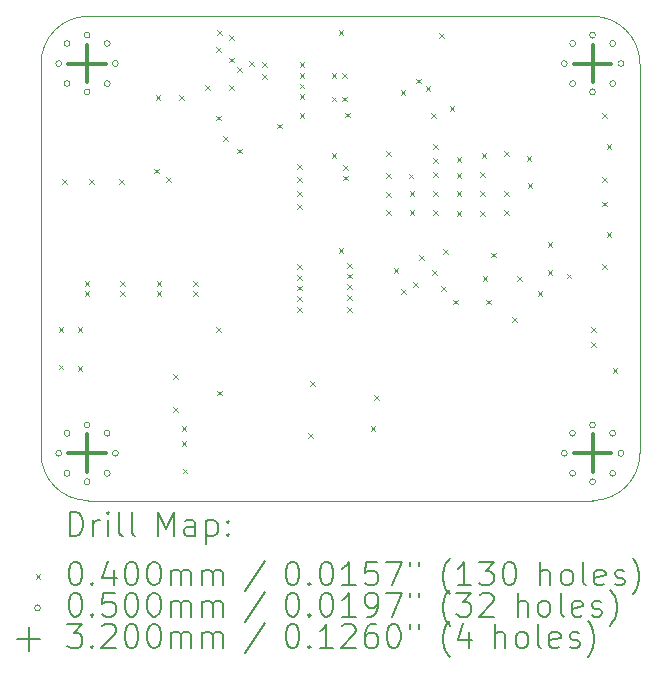
<source format=gbr>
%TF.GenerationSoftware,KiCad,Pcbnew,(7.0.0)*%
%TF.CreationDate,2023-05-09T15:07:43+03:00*%
%TF.ProjectId,IoT_sulari,496f545f-7375-46c6-9172-692e6b696361,rev?*%
%TF.SameCoordinates,Original*%
%TF.FileFunction,Drillmap*%
%TF.FilePolarity,Positive*%
%FSLAX45Y45*%
G04 Gerber Fmt 4.5, Leading zero omitted, Abs format (unit mm)*
G04 Created by KiCad (PCBNEW (7.0.0)) date 2023-05-09 15:07:43*
%MOMM*%
%LPD*%
G01*
G04 APERTURE LIST*
%ADD10C,0.100000*%
%ADD11C,0.200000*%
%ADD12C,0.040000*%
%ADD13C,0.050000*%
%ADD14C,0.320000*%
G04 APERTURE END LIST*
D10*
X14300000Y-7200000D02*
X14300000Y-3900000D01*
X9230000Y-7200000D02*
G75*
G03*
X9630000Y-7600000I400000J0D01*
G01*
X9230000Y-3900000D02*
X9230000Y-7200000D01*
X13900000Y-7600000D02*
G75*
G03*
X14300000Y-7200000I0J400000D01*
G01*
X14300000Y-3900000D02*
G75*
G03*
X13900000Y-3500000I-400000J0D01*
G01*
X13900000Y-3500000D02*
X9630000Y-3500000D01*
X9630000Y-7600000D02*
X13900000Y-7600000D01*
X9630000Y-3500000D02*
G75*
G03*
X9230000Y-3900000I0J-400000D01*
G01*
D11*
D12*
X9380000Y-6130000D02*
X9420000Y-6170000D01*
X9420000Y-6130000D02*
X9380000Y-6170000D01*
X9380000Y-6450000D02*
X9420000Y-6490000D01*
X9420000Y-6450000D02*
X9380000Y-6490000D01*
X9410000Y-4880000D02*
X9450000Y-4920000D01*
X9450000Y-4880000D02*
X9410000Y-4920000D01*
X9540000Y-6130000D02*
X9580000Y-6170000D01*
X9580000Y-6130000D02*
X9540000Y-6170000D01*
X9540000Y-6460000D02*
X9580000Y-6500000D01*
X9580000Y-6460000D02*
X9540000Y-6500000D01*
X9600000Y-5740000D02*
X9640000Y-5780000D01*
X9640000Y-5740000D02*
X9600000Y-5780000D01*
X9600000Y-5830000D02*
X9640000Y-5870000D01*
X9640000Y-5830000D02*
X9600000Y-5870000D01*
X9640000Y-4879500D02*
X9680000Y-4919500D01*
X9680000Y-4879500D02*
X9640000Y-4919500D01*
X9890000Y-4880000D02*
X9930000Y-4920000D01*
X9930000Y-4880000D02*
X9890000Y-4920000D01*
X9900000Y-5740000D02*
X9940000Y-5780000D01*
X9940000Y-5740000D02*
X9900000Y-5780000D01*
X9900000Y-5830000D02*
X9940000Y-5870000D01*
X9940000Y-5830000D02*
X9900000Y-5870000D01*
X10190000Y-4790000D02*
X10230000Y-4830000D01*
X10230000Y-4790000D02*
X10190000Y-4830000D01*
X10200000Y-4170000D02*
X10240000Y-4210000D01*
X10240000Y-4170000D02*
X10200000Y-4210000D01*
X10210000Y-5740000D02*
X10250000Y-5780000D01*
X10250000Y-5740000D02*
X10210000Y-5780000D01*
X10210000Y-5830000D02*
X10250000Y-5870000D01*
X10250000Y-5830000D02*
X10210000Y-5870000D01*
X10290000Y-4860000D02*
X10330000Y-4900000D01*
X10330000Y-4860000D02*
X10290000Y-4900000D01*
X10350000Y-6530000D02*
X10390000Y-6570000D01*
X10390000Y-6530000D02*
X10350000Y-6570000D01*
X10350000Y-6810000D02*
X10390000Y-6850000D01*
X10390000Y-6810000D02*
X10350000Y-6850000D01*
X10397550Y-4170000D02*
X10437550Y-4210000D01*
X10437550Y-4170000D02*
X10397550Y-4210000D01*
X10420000Y-6970000D02*
X10460000Y-7010000D01*
X10460000Y-6970000D02*
X10420000Y-7010000D01*
X10420000Y-7100000D02*
X10460000Y-7140000D01*
X10460000Y-7100000D02*
X10420000Y-7140000D01*
X10430000Y-7330000D02*
X10470000Y-7370000D01*
X10470000Y-7330000D02*
X10430000Y-7370000D01*
X10520000Y-5740000D02*
X10560000Y-5780000D01*
X10560000Y-5740000D02*
X10520000Y-5780000D01*
X10520000Y-5830000D02*
X10560000Y-5870000D01*
X10560000Y-5830000D02*
X10520000Y-5870000D01*
X10620000Y-4080000D02*
X10660000Y-4120000D01*
X10660000Y-4080000D02*
X10620000Y-4120000D01*
X10710000Y-3760000D02*
X10750000Y-3800000D01*
X10750000Y-3760000D02*
X10710000Y-3800000D01*
X10710000Y-4342119D02*
X10750000Y-4382119D01*
X10750000Y-4342119D02*
X10710000Y-4382119D01*
X10710000Y-6130000D02*
X10750000Y-6170000D01*
X10750000Y-6130000D02*
X10710000Y-6170000D01*
X10720000Y-3620000D02*
X10760000Y-3660000D01*
X10760000Y-3620000D02*
X10720000Y-3660000D01*
X10720000Y-6670000D02*
X10760000Y-6710000D01*
X10760000Y-6670000D02*
X10720000Y-6710000D01*
X10772763Y-4517237D02*
X10812763Y-4557237D01*
X10812763Y-4517237D02*
X10772763Y-4557237D01*
X10820000Y-3660000D02*
X10860000Y-3700000D01*
X10860000Y-3660000D02*
X10820000Y-3700000D01*
X10820000Y-3850000D02*
X10860000Y-3890000D01*
X10860000Y-3850000D02*
X10820000Y-3890000D01*
X10820000Y-4080000D02*
X10860000Y-4120000D01*
X10860000Y-4080000D02*
X10820000Y-4120000D01*
X10890000Y-4620000D02*
X10930000Y-4660000D01*
X10930000Y-4620000D02*
X10890000Y-4660000D01*
X10892782Y-3932782D02*
X10932782Y-3972782D01*
X10932782Y-3932782D02*
X10892782Y-3972782D01*
X10991245Y-3880000D02*
X11031245Y-3920000D01*
X11031245Y-3880000D02*
X10991245Y-3920000D01*
X11100000Y-3890000D02*
X11140000Y-3930000D01*
X11140000Y-3890000D02*
X11100000Y-3930000D01*
X11100000Y-3990000D02*
X11140000Y-4030000D01*
X11140000Y-3990000D02*
X11100000Y-4030000D01*
X11230000Y-4410000D02*
X11270000Y-4450000D01*
X11270000Y-4410000D02*
X11230000Y-4450000D01*
X11400000Y-4750000D02*
X11440000Y-4790000D01*
X11440000Y-4750000D02*
X11400000Y-4790000D01*
X11400000Y-4860000D02*
X11440000Y-4900000D01*
X11440000Y-4860000D02*
X11400000Y-4900000D01*
X11400000Y-4980000D02*
X11440000Y-5020000D01*
X11440000Y-4980000D02*
X11400000Y-5020000D01*
X11400000Y-5090000D02*
X11440000Y-5130000D01*
X11440000Y-5090000D02*
X11400000Y-5130000D01*
X11400000Y-5600000D02*
X11440000Y-5640000D01*
X11440000Y-5600000D02*
X11400000Y-5640000D01*
X11400000Y-5690000D02*
X11440000Y-5730000D01*
X11440000Y-5690000D02*
X11400000Y-5730000D01*
X11400000Y-5780000D02*
X11440000Y-5820000D01*
X11440000Y-5780000D02*
X11400000Y-5820000D01*
X11400000Y-5870000D02*
X11440000Y-5910000D01*
X11440000Y-5870000D02*
X11400000Y-5910000D01*
X11400000Y-5960000D02*
X11440000Y-6000000D01*
X11440000Y-5960000D02*
X11400000Y-6000000D01*
X11420000Y-3890000D02*
X11460000Y-3930000D01*
X11460000Y-3890000D02*
X11420000Y-3930000D01*
X11420000Y-3980000D02*
X11460000Y-4020000D01*
X11460000Y-3980000D02*
X11420000Y-4020000D01*
X11420000Y-4070000D02*
X11460000Y-4110000D01*
X11460000Y-4070000D02*
X11420000Y-4110000D01*
X11420000Y-4160000D02*
X11460000Y-4200000D01*
X11460000Y-4160000D02*
X11420000Y-4200000D01*
X11420000Y-4320000D02*
X11460000Y-4360000D01*
X11460000Y-4320000D02*
X11420000Y-4360000D01*
X11490000Y-7030000D02*
X11530000Y-7070000D01*
X11530000Y-7030000D02*
X11490000Y-7070000D01*
X11510000Y-6590000D02*
X11550000Y-6630000D01*
X11550000Y-6590000D02*
X11510000Y-6630000D01*
X11690000Y-3980000D02*
X11730000Y-4020000D01*
X11730000Y-3980000D02*
X11690000Y-4020000D01*
X11690000Y-4180000D02*
X11730000Y-4220000D01*
X11730000Y-4180000D02*
X11690000Y-4220000D01*
X11690000Y-4660000D02*
X11730000Y-4700000D01*
X11730000Y-4660000D02*
X11690000Y-4700000D01*
X11750000Y-3620000D02*
X11790000Y-3660000D01*
X11790000Y-3620000D02*
X11750000Y-3660000D01*
X11750000Y-5460000D02*
X11790000Y-5500000D01*
X11790000Y-5460000D02*
X11750000Y-5500000D01*
X11780000Y-3980000D02*
X11820000Y-4020000D01*
X11820000Y-3980000D02*
X11780000Y-4020000D01*
X11780000Y-4180000D02*
X11820000Y-4220000D01*
X11820000Y-4180000D02*
X11780000Y-4220000D01*
X11790000Y-4760000D02*
X11830000Y-4800000D01*
X11830000Y-4760000D02*
X11790000Y-4800000D01*
X11790000Y-4850000D02*
X11830000Y-4890000D01*
X11830000Y-4850000D02*
X11790000Y-4890000D01*
X11807000Y-4316000D02*
X11847000Y-4356000D01*
X11847000Y-4316000D02*
X11807000Y-4356000D01*
X11820000Y-5590000D02*
X11860000Y-5630000D01*
X11860000Y-5590000D02*
X11820000Y-5630000D01*
X11820000Y-5680000D02*
X11860000Y-5720000D01*
X11860000Y-5680000D02*
X11820000Y-5720000D01*
X11820000Y-5770000D02*
X11860000Y-5810000D01*
X11860000Y-5770000D02*
X11820000Y-5810000D01*
X11820000Y-5860000D02*
X11860000Y-5900000D01*
X11860000Y-5860000D02*
X11820000Y-5900000D01*
X11820000Y-5960000D02*
X11860000Y-6000000D01*
X11860000Y-5960000D02*
X11820000Y-6000000D01*
X12020000Y-6970000D02*
X12060000Y-7010000D01*
X12060000Y-6970000D02*
X12020000Y-7010000D01*
X12050000Y-6710000D02*
X12090000Y-6750000D01*
X12090000Y-6710000D02*
X12050000Y-6750000D01*
X12150000Y-4640000D02*
X12190000Y-4680000D01*
X12190000Y-4640000D02*
X12150000Y-4680000D01*
X12150000Y-4830000D02*
X12190000Y-4870000D01*
X12190000Y-4830000D02*
X12150000Y-4870000D01*
X12150000Y-4990000D02*
X12190000Y-5030000D01*
X12190000Y-4990000D02*
X12150000Y-5030000D01*
X12150000Y-5140000D02*
X12190000Y-5180000D01*
X12190000Y-5140000D02*
X12150000Y-5180000D01*
X12215000Y-5631000D02*
X12255000Y-5671000D01*
X12255000Y-5631000D02*
X12215000Y-5671000D01*
X12275236Y-4126687D02*
X12315236Y-4166687D01*
X12315236Y-4126687D02*
X12275236Y-4166687D01*
X12280000Y-5810000D02*
X12320000Y-5850000D01*
X12320000Y-5810000D02*
X12280000Y-5850000D01*
X12342562Y-4832705D02*
X12382562Y-4872705D01*
X12382562Y-4832705D02*
X12342562Y-4872705D01*
X12350000Y-4980000D02*
X12390000Y-5020000D01*
X12390000Y-4980000D02*
X12350000Y-5020000D01*
X12350000Y-5140000D02*
X12390000Y-5180000D01*
X12390000Y-5140000D02*
X12350000Y-5180000D01*
X12380000Y-5750000D02*
X12420000Y-5790000D01*
X12420000Y-5750000D02*
X12380000Y-5790000D01*
X12407179Y-4027755D02*
X12447179Y-4067755D01*
X12447179Y-4027755D02*
X12407179Y-4067755D01*
X12430000Y-5520000D02*
X12470000Y-5560000D01*
X12470000Y-5520000D02*
X12430000Y-5560000D01*
X12485381Y-4090000D02*
X12525381Y-4130000D01*
X12525381Y-4090000D02*
X12485381Y-4130000D01*
X12530000Y-4320000D02*
X12570000Y-4360000D01*
X12570000Y-4320000D02*
X12530000Y-4360000D01*
X12540000Y-5650000D02*
X12580000Y-5690000D01*
X12580000Y-5650000D02*
X12540000Y-5690000D01*
X12550000Y-4580000D02*
X12590000Y-4620000D01*
X12590000Y-4580000D02*
X12550000Y-4620000D01*
X12550000Y-4700000D02*
X12590000Y-4740000D01*
X12590000Y-4700000D02*
X12550000Y-4740000D01*
X12550000Y-4820000D02*
X12590000Y-4860000D01*
X12590000Y-4820000D02*
X12550000Y-4860000D01*
X12550000Y-4980000D02*
X12590000Y-5020000D01*
X12590000Y-4980000D02*
X12550000Y-5020000D01*
X12550000Y-5140000D02*
X12590000Y-5180000D01*
X12590000Y-5140000D02*
X12550000Y-5180000D01*
X12600000Y-3640000D02*
X12640000Y-3680000D01*
X12640000Y-3640000D02*
X12600000Y-3680000D01*
X12620000Y-5785000D02*
X12660000Y-5825000D01*
X12660000Y-5785000D02*
X12620000Y-5825000D01*
X12635683Y-5468800D02*
X12675683Y-5508800D01*
X12675683Y-5468800D02*
X12635683Y-5508800D01*
X12690000Y-4260000D02*
X12730000Y-4300000D01*
X12730000Y-4260000D02*
X12690000Y-4300000D01*
X12720000Y-5900000D02*
X12760000Y-5940000D01*
X12760000Y-5900000D02*
X12720000Y-5940000D01*
X12750000Y-4690000D02*
X12790000Y-4730000D01*
X12790000Y-4690000D02*
X12750000Y-4730000D01*
X12750000Y-4830000D02*
X12790000Y-4870000D01*
X12790000Y-4830000D02*
X12750000Y-4870000D01*
X12750000Y-4980000D02*
X12790000Y-5020000D01*
X12790000Y-4980000D02*
X12750000Y-5020000D01*
X12750000Y-5150000D02*
X12790000Y-5190000D01*
X12790000Y-5150000D02*
X12750000Y-5190000D01*
X12950000Y-4820000D02*
X12990000Y-4860000D01*
X12990000Y-4820000D02*
X12950000Y-4860000D01*
X12950000Y-4980000D02*
X12990000Y-5020000D01*
X12990000Y-4980000D02*
X12950000Y-5020000D01*
X12950000Y-5150000D02*
X12990000Y-5190000D01*
X12990000Y-5150000D02*
X12950000Y-5190000D01*
X12960000Y-4660000D02*
X13000000Y-4700000D01*
X13000000Y-4660000D02*
X12960000Y-4700000D01*
X12970000Y-5700000D02*
X13010000Y-5740000D01*
X13010000Y-5700000D02*
X12970000Y-5740000D01*
X13000000Y-5900000D02*
X13040000Y-5940000D01*
X13040000Y-5900000D02*
X13000000Y-5940000D01*
X13040000Y-5500000D02*
X13080000Y-5540000D01*
X13080000Y-5500000D02*
X13040000Y-5540000D01*
X13150000Y-4640000D02*
X13190000Y-4680000D01*
X13190000Y-4640000D02*
X13150000Y-4680000D01*
X13150000Y-4980000D02*
X13190000Y-5020000D01*
X13190000Y-4980000D02*
X13150000Y-5020000D01*
X13150000Y-5140000D02*
X13190000Y-5180000D01*
X13190000Y-5140000D02*
X13150000Y-5180000D01*
X13220000Y-6050000D02*
X13260000Y-6090000D01*
X13260000Y-6050000D02*
X13220000Y-6090000D01*
X13260000Y-5700000D02*
X13300000Y-5740000D01*
X13300000Y-5700000D02*
X13260000Y-5740000D01*
X13342011Y-4685841D02*
X13382011Y-4725841D01*
X13382011Y-4685841D02*
X13342011Y-4725841D01*
X13350000Y-4910000D02*
X13390000Y-4950000D01*
X13390000Y-4910000D02*
X13350000Y-4950000D01*
X13435000Y-5830000D02*
X13475000Y-5870000D01*
X13475000Y-5830000D02*
X13435000Y-5870000D01*
X13520000Y-5410000D02*
X13560000Y-5450000D01*
X13560000Y-5410000D02*
X13520000Y-5450000D01*
X13520000Y-5650000D02*
X13560000Y-5690000D01*
X13560000Y-5650000D02*
X13520000Y-5690000D01*
X13680000Y-5680000D02*
X13720000Y-5720000D01*
X13720000Y-5680000D02*
X13680000Y-5720000D01*
X13890000Y-6130000D02*
X13930000Y-6170000D01*
X13930000Y-6130000D02*
X13890000Y-6170000D01*
X13890000Y-6260000D02*
X13930000Y-6300000D01*
X13930000Y-6260000D02*
X13890000Y-6300000D01*
X13980000Y-4320000D02*
X14020000Y-4360000D01*
X14020000Y-4320000D02*
X13980000Y-4360000D01*
X13980000Y-4860000D02*
X14020000Y-4900000D01*
X14020000Y-4860000D02*
X13980000Y-4900000D01*
X13980000Y-5070000D02*
X14020000Y-5110000D01*
X14020000Y-5070000D02*
X13980000Y-5110000D01*
X13980000Y-5600000D02*
X14020000Y-5640000D01*
X14020000Y-5600000D02*
X13980000Y-5640000D01*
X14020000Y-4580000D02*
X14060000Y-4620000D01*
X14060000Y-4580000D02*
X14020000Y-4620000D01*
X14020000Y-5330000D02*
X14060000Y-5370000D01*
X14060000Y-5330000D02*
X14020000Y-5370000D01*
X14070000Y-6480000D02*
X14110000Y-6520000D01*
X14110000Y-6480000D02*
X14070000Y-6520000D01*
D13*
X9405000Y-3900000D02*
G75*
G03*
X9405000Y-3900000I-25000J0D01*
G01*
X9405000Y-7200000D02*
G75*
G03*
X9405000Y-7200000I-25000J0D01*
G01*
X9475294Y-3730294D02*
G75*
G03*
X9475294Y-3730294I-25000J0D01*
G01*
X9475294Y-4069706D02*
G75*
G03*
X9475294Y-4069706I-25000J0D01*
G01*
X9475294Y-7030294D02*
G75*
G03*
X9475294Y-7030294I-25000J0D01*
G01*
X9475294Y-7369706D02*
G75*
G03*
X9475294Y-7369706I-25000J0D01*
G01*
X9645000Y-3660000D02*
G75*
G03*
X9645000Y-3660000I-25000J0D01*
G01*
X9645000Y-4140000D02*
G75*
G03*
X9645000Y-4140000I-25000J0D01*
G01*
X9645000Y-6960000D02*
G75*
G03*
X9645000Y-6960000I-25000J0D01*
G01*
X9645000Y-7440000D02*
G75*
G03*
X9645000Y-7440000I-25000J0D01*
G01*
X9814706Y-3730294D02*
G75*
G03*
X9814706Y-3730294I-25000J0D01*
G01*
X9814706Y-4069706D02*
G75*
G03*
X9814706Y-4069706I-25000J0D01*
G01*
X9814706Y-7030294D02*
G75*
G03*
X9814706Y-7030294I-25000J0D01*
G01*
X9814706Y-7369706D02*
G75*
G03*
X9814706Y-7369706I-25000J0D01*
G01*
X9885000Y-3900000D02*
G75*
G03*
X9885000Y-3900000I-25000J0D01*
G01*
X9885000Y-7200000D02*
G75*
G03*
X9885000Y-7200000I-25000J0D01*
G01*
X13685000Y-3900000D02*
G75*
G03*
X13685000Y-3900000I-25000J0D01*
G01*
X13685000Y-7200000D02*
G75*
G03*
X13685000Y-7200000I-25000J0D01*
G01*
X13755294Y-3730294D02*
G75*
G03*
X13755294Y-3730294I-25000J0D01*
G01*
X13755294Y-4069706D02*
G75*
G03*
X13755294Y-4069706I-25000J0D01*
G01*
X13755294Y-7030294D02*
G75*
G03*
X13755294Y-7030294I-25000J0D01*
G01*
X13755294Y-7369706D02*
G75*
G03*
X13755294Y-7369706I-25000J0D01*
G01*
X13925000Y-3660000D02*
G75*
G03*
X13925000Y-3660000I-25000J0D01*
G01*
X13925000Y-4140000D02*
G75*
G03*
X13925000Y-4140000I-25000J0D01*
G01*
X13925000Y-6960000D02*
G75*
G03*
X13925000Y-6960000I-25000J0D01*
G01*
X13925000Y-7440000D02*
G75*
G03*
X13925000Y-7440000I-25000J0D01*
G01*
X14094706Y-3730294D02*
G75*
G03*
X14094706Y-3730294I-25000J0D01*
G01*
X14094706Y-4069706D02*
G75*
G03*
X14094706Y-4069706I-25000J0D01*
G01*
X14094706Y-7030294D02*
G75*
G03*
X14094706Y-7030294I-25000J0D01*
G01*
X14094706Y-7369706D02*
G75*
G03*
X14094706Y-7369706I-25000J0D01*
G01*
X14165000Y-3900000D02*
G75*
G03*
X14165000Y-3900000I-25000J0D01*
G01*
X14165000Y-7200000D02*
G75*
G03*
X14165000Y-7200000I-25000J0D01*
G01*
D14*
X9620000Y-3740000D02*
X9620000Y-4060000D01*
X9460000Y-3900000D02*
X9780000Y-3900000D01*
X9620000Y-7040000D02*
X9620000Y-7360000D01*
X9460000Y-7200000D02*
X9780000Y-7200000D01*
X13900000Y-3740000D02*
X13900000Y-4060000D01*
X13740000Y-3900000D02*
X14060000Y-3900000D01*
X13900000Y-7040000D02*
X13900000Y-7360000D01*
X13740000Y-7200000D02*
X14060000Y-7200000D01*
D11*
X9472619Y-7898476D02*
X9472619Y-7698476D01*
X9472619Y-7698476D02*
X9520238Y-7698476D01*
X9520238Y-7698476D02*
X9548810Y-7708000D01*
X9548810Y-7708000D02*
X9567857Y-7727048D01*
X9567857Y-7727048D02*
X9577381Y-7746095D01*
X9577381Y-7746095D02*
X9586905Y-7784190D01*
X9586905Y-7784190D02*
X9586905Y-7812762D01*
X9586905Y-7812762D02*
X9577381Y-7850857D01*
X9577381Y-7850857D02*
X9567857Y-7869905D01*
X9567857Y-7869905D02*
X9548810Y-7888952D01*
X9548810Y-7888952D02*
X9520238Y-7898476D01*
X9520238Y-7898476D02*
X9472619Y-7898476D01*
X9672619Y-7898476D02*
X9672619Y-7765143D01*
X9672619Y-7803238D02*
X9682143Y-7784190D01*
X9682143Y-7784190D02*
X9691667Y-7774667D01*
X9691667Y-7774667D02*
X9710714Y-7765143D01*
X9710714Y-7765143D02*
X9729762Y-7765143D01*
X9796429Y-7898476D02*
X9796429Y-7765143D01*
X9796429Y-7698476D02*
X9786905Y-7708000D01*
X9786905Y-7708000D02*
X9796429Y-7717524D01*
X9796429Y-7717524D02*
X9805952Y-7708000D01*
X9805952Y-7708000D02*
X9796429Y-7698476D01*
X9796429Y-7698476D02*
X9796429Y-7717524D01*
X9920238Y-7898476D02*
X9901190Y-7888952D01*
X9901190Y-7888952D02*
X9891667Y-7869905D01*
X9891667Y-7869905D02*
X9891667Y-7698476D01*
X10025000Y-7898476D02*
X10005952Y-7888952D01*
X10005952Y-7888952D02*
X9996429Y-7869905D01*
X9996429Y-7869905D02*
X9996429Y-7698476D01*
X10221190Y-7898476D02*
X10221190Y-7698476D01*
X10221190Y-7698476D02*
X10287857Y-7841333D01*
X10287857Y-7841333D02*
X10354524Y-7698476D01*
X10354524Y-7698476D02*
X10354524Y-7898476D01*
X10535476Y-7898476D02*
X10535476Y-7793714D01*
X10535476Y-7793714D02*
X10525952Y-7774667D01*
X10525952Y-7774667D02*
X10506905Y-7765143D01*
X10506905Y-7765143D02*
X10468809Y-7765143D01*
X10468809Y-7765143D02*
X10449762Y-7774667D01*
X10535476Y-7888952D02*
X10516429Y-7898476D01*
X10516429Y-7898476D02*
X10468809Y-7898476D01*
X10468809Y-7898476D02*
X10449762Y-7888952D01*
X10449762Y-7888952D02*
X10440238Y-7869905D01*
X10440238Y-7869905D02*
X10440238Y-7850857D01*
X10440238Y-7850857D02*
X10449762Y-7831809D01*
X10449762Y-7831809D02*
X10468809Y-7822286D01*
X10468809Y-7822286D02*
X10516429Y-7822286D01*
X10516429Y-7822286D02*
X10535476Y-7812762D01*
X10630714Y-7765143D02*
X10630714Y-7965143D01*
X10630714Y-7774667D02*
X10649762Y-7765143D01*
X10649762Y-7765143D02*
X10687857Y-7765143D01*
X10687857Y-7765143D02*
X10706905Y-7774667D01*
X10706905Y-7774667D02*
X10716429Y-7784190D01*
X10716429Y-7784190D02*
X10725952Y-7803238D01*
X10725952Y-7803238D02*
X10725952Y-7860381D01*
X10725952Y-7860381D02*
X10716429Y-7879428D01*
X10716429Y-7879428D02*
X10706905Y-7888952D01*
X10706905Y-7888952D02*
X10687857Y-7898476D01*
X10687857Y-7898476D02*
X10649762Y-7898476D01*
X10649762Y-7898476D02*
X10630714Y-7888952D01*
X10811667Y-7879428D02*
X10821190Y-7888952D01*
X10821190Y-7888952D02*
X10811667Y-7898476D01*
X10811667Y-7898476D02*
X10802143Y-7888952D01*
X10802143Y-7888952D02*
X10811667Y-7879428D01*
X10811667Y-7879428D02*
X10811667Y-7898476D01*
X10811667Y-7774667D02*
X10821190Y-7784190D01*
X10821190Y-7784190D02*
X10811667Y-7793714D01*
X10811667Y-7793714D02*
X10802143Y-7784190D01*
X10802143Y-7784190D02*
X10811667Y-7774667D01*
X10811667Y-7774667D02*
X10811667Y-7793714D01*
D12*
X9185000Y-8225000D02*
X9225000Y-8265000D01*
X9225000Y-8225000D02*
X9185000Y-8265000D01*
D11*
X9510714Y-8118476D02*
X9529762Y-8118476D01*
X9529762Y-8118476D02*
X9548810Y-8128000D01*
X9548810Y-8128000D02*
X9558333Y-8137524D01*
X9558333Y-8137524D02*
X9567857Y-8156571D01*
X9567857Y-8156571D02*
X9577381Y-8194667D01*
X9577381Y-8194667D02*
X9577381Y-8242286D01*
X9577381Y-8242286D02*
X9567857Y-8280381D01*
X9567857Y-8280381D02*
X9558333Y-8299428D01*
X9558333Y-8299428D02*
X9548810Y-8308952D01*
X9548810Y-8308952D02*
X9529762Y-8318476D01*
X9529762Y-8318476D02*
X9510714Y-8318476D01*
X9510714Y-8318476D02*
X9491667Y-8308952D01*
X9491667Y-8308952D02*
X9482143Y-8299428D01*
X9482143Y-8299428D02*
X9472619Y-8280381D01*
X9472619Y-8280381D02*
X9463095Y-8242286D01*
X9463095Y-8242286D02*
X9463095Y-8194667D01*
X9463095Y-8194667D02*
X9472619Y-8156571D01*
X9472619Y-8156571D02*
X9482143Y-8137524D01*
X9482143Y-8137524D02*
X9491667Y-8128000D01*
X9491667Y-8128000D02*
X9510714Y-8118476D01*
X9663095Y-8299428D02*
X9672619Y-8308952D01*
X9672619Y-8308952D02*
X9663095Y-8318476D01*
X9663095Y-8318476D02*
X9653571Y-8308952D01*
X9653571Y-8308952D02*
X9663095Y-8299428D01*
X9663095Y-8299428D02*
X9663095Y-8318476D01*
X9844048Y-8185143D02*
X9844048Y-8318476D01*
X9796429Y-8108952D02*
X9748810Y-8251809D01*
X9748810Y-8251809D02*
X9872619Y-8251809D01*
X9986905Y-8118476D02*
X10005952Y-8118476D01*
X10005952Y-8118476D02*
X10025000Y-8128000D01*
X10025000Y-8128000D02*
X10034524Y-8137524D01*
X10034524Y-8137524D02*
X10044048Y-8156571D01*
X10044048Y-8156571D02*
X10053571Y-8194667D01*
X10053571Y-8194667D02*
X10053571Y-8242286D01*
X10053571Y-8242286D02*
X10044048Y-8280381D01*
X10044048Y-8280381D02*
X10034524Y-8299428D01*
X10034524Y-8299428D02*
X10025000Y-8308952D01*
X10025000Y-8308952D02*
X10005952Y-8318476D01*
X10005952Y-8318476D02*
X9986905Y-8318476D01*
X9986905Y-8318476D02*
X9967857Y-8308952D01*
X9967857Y-8308952D02*
X9958333Y-8299428D01*
X9958333Y-8299428D02*
X9948810Y-8280381D01*
X9948810Y-8280381D02*
X9939286Y-8242286D01*
X9939286Y-8242286D02*
X9939286Y-8194667D01*
X9939286Y-8194667D02*
X9948810Y-8156571D01*
X9948810Y-8156571D02*
X9958333Y-8137524D01*
X9958333Y-8137524D02*
X9967857Y-8128000D01*
X9967857Y-8128000D02*
X9986905Y-8118476D01*
X10177381Y-8118476D02*
X10196429Y-8118476D01*
X10196429Y-8118476D02*
X10215476Y-8128000D01*
X10215476Y-8128000D02*
X10225000Y-8137524D01*
X10225000Y-8137524D02*
X10234524Y-8156571D01*
X10234524Y-8156571D02*
X10244048Y-8194667D01*
X10244048Y-8194667D02*
X10244048Y-8242286D01*
X10244048Y-8242286D02*
X10234524Y-8280381D01*
X10234524Y-8280381D02*
X10225000Y-8299428D01*
X10225000Y-8299428D02*
X10215476Y-8308952D01*
X10215476Y-8308952D02*
X10196429Y-8318476D01*
X10196429Y-8318476D02*
X10177381Y-8318476D01*
X10177381Y-8318476D02*
X10158333Y-8308952D01*
X10158333Y-8308952D02*
X10148810Y-8299428D01*
X10148810Y-8299428D02*
X10139286Y-8280381D01*
X10139286Y-8280381D02*
X10129762Y-8242286D01*
X10129762Y-8242286D02*
X10129762Y-8194667D01*
X10129762Y-8194667D02*
X10139286Y-8156571D01*
X10139286Y-8156571D02*
X10148810Y-8137524D01*
X10148810Y-8137524D02*
X10158333Y-8128000D01*
X10158333Y-8128000D02*
X10177381Y-8118476D01*
X10329762Y-8318476D02*
X10329762Y-8185143D01*
X10329762Y-8204190D02*
X10339286Y-8194667D01*
X10339286Y-8194667D02*
X10358333Y-8185143D01*
X10358333Y-8185143D02*
X10386905Y-8185143D01*
X10386905Y-8185143D02*
X10405952Y-8194667D01*
X10405952Y-8194667D02*
X10415476Y-8213714D01*
X10415476Y-8213714D02*
X10415476Y-8318476D01*
X10415476Y-8213714D02*
X10425000Y-8194667D01*
X10425000Y-8194667D02*
X10444048Y-8185143D01*
X10444048Y-8185143D02*
X10472619Y-8185143D01*
X10472619Y-8185143D02*
X10491667Y-8194667D01*
X10491667Y-8194667D02*
X10501191Y-8213714D01*
X10501191Y-8213714D02*
X10501191Y-8318476D01*
X10596429Y-8318476D02*
X10596429Y-8185143D01*
X10596429Y-8204190D02*
X10605952Y-8194667D01*
X10605952Y-8194667D02*
X10625000Y-8185143D01*
X10625000Y-8185143D02*
X10653572Y-8185143D01*
X10653572Y-8185143D02*
X10672619Y-8194667D01*
X10672619Y-8194667D02*
X10682143Y-8213714D01*
X10682143Y-8213714D02*
X10682143Y-8318476D01*
X10682143Y-8213714D02*
X10691667Y-8194667D01*
X10691667Y-8194667D02*
X10710714Y-8185143D01*
X10710714Y-8185143D02*
X10739286Y-8185143D01*
X10739286Y-8185143D02*
X10758333Y-8194667D01*
X10758333Y-8194667D02*
X10767857Y-8213714D01*
X10767857Y-8213714D02*
X10767857Y-8318476D01*
X11125952Y-8108952D02*
X10954524Y-8366095D01*
X11350714Y-8118476D02*
X11369762Y-8118476D01*
X11369762Y-8118476D02*
X11388810Y-8128000D01*
X11388810Y-8128000D02*
X11398333Y-8137524D01*
X11398333Y-8137524D02*
X11407857Y-8156571D01*
X11407857Y-8156571D02*
X11417381Y-8194667D01*
X11417381Y-8194667D02*
X11417381Y-8242286D01*
X11417381Y-8242286D02*
X11407857Y-8280381D01*
X11407857Y-8280381D02*
X11398333Y-8299428D01*
X11398333Y-8299428D02*
X11388810Y-8308952D01*
X11388810Y-8308952D02*
X11369762Y-8318476D01*
X11369762Y-8318476D02*
X11350714Y-8318476D01*
X11350714Y-8318476D02*
X11331667Y-8308952D01*
X11331667Y-8308952D02*
X11322143Y-8299428D01*
X11322143Y-8299428D02*
X11312619Y-8280381D01*
X11312619Y-8280381D02*
X11303095Y-8242286D01*
X11303095Y-8242286D02*
X11303095Y-8194667D01*
X11303095Y-8194667D02*
X11312619Y-8156571D01*
X11312619Y-8156571D02*
X11322143Y-8137524D01*
X11322143Y-8137524D02*
X11331667Y-8128000D01*
X11331667Y-8128000D02*
X11350714Y-8118476D01*
X11503095Y-8299428D02*
X11512619Y-8308952D01*
X11512619Y-8308952D02*
X11503095Y-8318476D01*
X11503095Y-8318476D02*
X11493571Y-8308952D01*
X11493571Y-8308952D02*
X11503095Y-8299428D01*
X11503095Y-8299428D02*
X11503095Y-8318476D01*
X11636429Y-8118476D02*
X11655476Y-8118476D01*
X11655476Y-8118476D02*
X11674524Y-8128000D01*
X11674524Y-8128000D02*
X11684048Y-8137524D01*
X11684048Y-8137524D02*
X11693571Y-8156571D01*
X11693571Y-8156571D02*
X11703095Y-8194667D01*
X11703095Y-8194667D02*
X11703095Y-8242286D01*
X11703095Y-8242286D02*
X11693571Y-8280381D01*
X11693571Y-8280381D02*
X11684048Y-8299428D01*
X11684048Y-8299428D02*
X11674524Y-8308952D01*
X11674524Y-8308952D02*
X11655476Y-8318476D01*
X11655476Y-8318476D02*
X11636429Y-8318476D01*
X11636429Y-8318476D02*
X11617381Y-8308952D01*
X11617381Y-8308952D02*
X11607857Y-8299428D01*
X11607857Y-8299428D02*
X11598333Y-8280381D01*
X11598333Y-8280381D02*
X11588810Y-8242286D01*
X11588810Y-8242286D02*
X11588810Y-8194667D01*
X11588810Y-8194667D02*
X11598333Y-8156571D01*
X11598333Y-8156571D02*
X11607857Y-8137524D01*
X11607857Y-8137524D02*
X11617381Y-8128000D01*
X11617381Y-8128000D02*
X11636429Y-8118476D01*
X11893571Y-8318476D02*
X11779286Y-8318476D01*
X11836429Y-8318476D02*
X11836429Y-8118476D01*
X11836429Y-8118476D02*
X11817381Y-8147048D01*
X11817381Y-8147048D02*
X11798333Y-8166095D01*
X11798333Y-8166095D02*
X11779286Y-8175619D01*
X12074524Y-8118476D02*
X11979286Y-8118476D01*
X11979286Y-8118476D02*
X11969762Y-8213714D01*
X11969762Y-8213714D02*
X11979286Y-8204190D01*
X11979286Y-8204190D02*
X11998333Y-8194667D01*
X11998333Y-8194667D02*
X12045952Y-8194667D01*
X12045952Y-8194667D02*
X12065000Y-8204190D01*
X12065000Y-8204190D02*
X12074524Y-8213714D01*
X12074524Y-8213714D02*
X12084048Y-8232762D01*
X12084048Y-8232762D02*
X12084048Y-8280381D01*
X12084048Y-8280381D02*
X12074524Y-8299428D01*
X12074524Y-8299428D02*
X12065000Y-8308952D01*
X12065000Y-8308952D02*
X12045952Y-8318476D01*
X12045952Y-8318476D02*
X11998333Y-8318476D01*
X11998333Y-8318476D02*
X11979286Y-8308952D01*
X11979286Y-8308952D02*
X11969762Y-8299428D01*
X12150714Y-8118476D02*
X12284048Y-8118476D01*
X12284048Y-8118476D02*
X12198333Y-8318476D01*
X12350714Y-8118476D02*
X12350714Y-8156571D01*
X12426905Y-8118476D02*
X12426905Y-8156571D01*
X12689762Y-8394667D02*
X12680238Y-8385143D01*
X12680238Y-8385143D02*
X12661191Y-8356571D01*
X12661191Y-8356571D02*
X12651667Y-8337524D01*
X12651667Y-8337524D02*
X12642143Y-8308952D01*
X12642143Y-8308952D02*
X12632619Y-8261333D01*
X12632619Y-8261333D02*
X12632619Y-8223238D01*
X12632619Y-8223238D02*
X12642143Y-8175619D01*
X12642143Y-8175619D02*
X12651667Y-8147048D01*
X12651667Y-8147048D02*
X12661191Y-8128000D01*
X12661191Y-8128000D02*
X12680238Y-8099428D01*
X12680238Y-8099428D02*
X12689762Y-8089905D01*
X12870714Y-8318476D02*
X12756429Y-8318476D01*
X12813571Y-8318476D02*
X12813571Y-8118476D01*
X12813571Y-8118476D02*
X12794524Y-8147048D01*
X12794524Y-8147048D02*
X12775476Y-8166095D01*
X12775476Y-8166095D02*
X12756429Y-8175619D01*
X12937381Y-8118476D02*
X13061191Y-8118476D01*
X13061191Y-8118476D02*
X12994524Y-8194667D01*
X12994524Y-8194667D02*
X13023095Y-8194667D01*
X13023095Y-8194667D02*
X13042143Y-8204190D01*
X13042143Y-8204190D02*
X13051667Y-8213714D01*
X13051667Y-8213714D02*
X13061191Y-8232762D01*
X13061191Y-8232762D02*
X13061191Y-8280381D01*
X13061191Y-8280381D02*
X13051667Y-8299428D01*
X13051667Y-8299428D02*
X13042143Y-8308952D01*
X13042143Y-8308952D02*
X13023095Y-8318476D01*
X13023095Y-8318476D02*
X12965952Y-8318476D01*
X12965952Y-8318476D02*
X12946905Y-8308952D01*
X12946905Y-8308952D02*
X12937381Y-8299428D01*
X13185000Y-8118476D02*
X13204048Y-8118476D01*
X13204048Y-8118476D02*
X13223095Y-8128000D01*
X13223095Y-8128000D02*
X13232619Y-8137524D01*
X13232619Y-8137524D02*
X13242143Y-8156571D01*
X13242143Y-8156571D02*
X13251667Y-8194667D01*
X13251667Y-8194667D02*
X13251667Y-8242286D01*
X13251667Y-8242286D02*
X13242143Y-8280381D01*
X13242143Y-8280381D02*
X13232619Y-8299428D01*
X13232619Y-8299428D02*
X13223095Y-8308952D01*
X13223095Y-8308952D02*
X13204048Y-8318476D01*
X13204048Y-8318476D02*
X13185000Y-8318476D01*
X13185000Y-8318476D02*
X13165952Y-8308952D01*
X13165952Y-8308952D02*
X13156429Y-8299428D01*
X13156429Y-8299428D02*
X13146905Y-8280381D01*
X13146905Y-8280381D02*
X13137381Y-8242286D01*
X13137381Y-8242286D02*
X13137381Y-8194667D01*
X13137381Y-8194667D02*
X13146905Y-8156571D01*
X13146905Y-8156571D02*
X13156429Y-8137524D01*
X13156429Y-8137524D02*
X13165952Y-8128000D01*
X13165952Y-8128000D02*
X13185000Y-8118476D01*
X13457381Y-8318476D02*
X13457381Y-8118476D01*
X13543095Y-8318476D02*
X13543095Y-8213714D01*
X13543095Y-8213714D02*
X13533572Y-8194667D01*
X13533572Y-8194667D02*
X13514524Y-8185143D01*
X13514524Y-8185143D02*
X13485952Y-8185143D01*
X13485952Y-8185143D02*
X13466905Y-8194667D01*
X13466905Y-8194667D02*
X13457381Y-8204190D01*
X13666905Y-8318476D02*
X13647857Y-8308952D01*
X13647857Y-8308952D02*
X13638333Y-8299428D01*
X13638333Y-8299428D02*
X13628810Y-8280381D01*
X13628810Y-8280381D02*
X13628810Y-8223238D01*
X13628810Y-8223238D02*
X13638333Y-8204190D01*
X13638333Y-8204190D02*
X13647857Y-8194667D01*
X13647857Y-8194667D02*
X13666905Y-8185143D01*
X13666905Y-8185143D02*
X13695476Y-8185143D01*
X13695476Y-8185143D02*
X13714524Y-8194667D01*
X13714524Y-8194667D02*
X13724048Y-8204190D01*
X13724048Y-8204190D02*
X13733572Y-8223238D01*
X13733572Y-8223238D02*
X13733572Y-8280381D01*
X13733572Y-8280381D02*
X13724048Y-8299428D01*
X13724048Y-8299428D02*
X13714524Y-8308952D01*
X13714524Y-8308952D02*
X13695476Y-8318476D01*
X13695476Y-8318476D02*
X13666905Y-8318476D01*
X13847857Y-8318476D02*
X13828810Y-8308952D01*
X13828810Y-8308952D02*
X13819286Y-8289905D01*
X13819286Y-8289905D02*
X13819286Y-8118476D01*
X14000238Y-8308952D02*
X13981191Y-8318476D01*
X13981191Y-8318476D02*
X13943095Y-8318476D01*
X13943095Y-8318476D02*
X13924048Y-8308952D01*
X13924048Y-8308952D02*
X13914524Y-8289905D01*
X13914524Y-8289905D02*
X13914524Y-8213714D01*
X13914524Y-8213714D02*
X13924048Y-8194667D01*
X13924048Y-8194667D02*
X13943095Y-8185143D01*
X13943095Y-8185143D02*
X13981191Y-8185143D01*
X13981191Y-8185143D02*
X14000238Y-8194667D01*
X14000238Y-8194667D02*
X14009762Y-8213714D01*
X14009762Y-8213714D02*
X14009762Y-8232762D01*
X14009762Y-8232762D02*
X13914524Y-8251809D01*
X14085953Y-8308952D02*
X14105000Y-8318476D01*
X14105000Y-8318476D02*
X14143095Y-8318476D01*
X14143095Y-8318476D02*
X14162143Y-8308952D01*
X14162143Y-8308952D02*
X14171667Y-8289905D01*
X14171667Y-8289905D02*
X14171667Y-8280381D01*
X14171667Y-8280381D02*
X14162143Y-8261333D01*
X14162143Y-8261333D02*
X14143095Y-8251809D01*
X14143095Y-8251809D02*
X14114524Y-8251809D01*
X14114524Y-8251809D02*
X14095476Y-8242286D01*
X14095476Y-8242286D02*
X14085953Y-8223238D01*
X14085953Y-8223238D02*
X14085953Y-8213714D01*
X14085953Y-8213714D02*
X14095476Y-8194667D01*
X14095476Y-8194667D02*
X14114524Y-8185143D01*
X14114524Y-8185143D02*
X14143095Y-8185143D01*
X14143095Y-8185143D02*
X14162143Y-8194667D01*
X14238334Y-8394667D02*
X14247857Y-8385143D01*
X14247857Y-8385143D02*
X14266905Y-8356571D01*
X14266905Y-8356571D02*
X14276429Y-8337524D01*
X14276429Y-8337524D02*
X14285953Y-8308952D01*
X14285953Y-8308952D02*
X14295476Y-8261333D01*
X14295476Y-8261333D02*
X14295476Y-8223238D01*
X14295476Y-8223238D02*
X14285953Y-8175619D01*
X14285953Y-8175619D02*
X14276429Y-8147048D01*
X14276429Y-8147048D02*
X14266905Y-8128000D01*
X14266905Y-8128000D02*
X14247857Y-8099428D01*
X14247857Y-8099428D02*
X14238334Y-8089905D01*
D13*
X9225000Y-8509000D02*
G75*
G03*
X9225000Y-8509000I-25000J0D01*
G01*
D11*
X9510714Y-8382476D02*
X9529762Y-8382476D01*
X9529762Y-8382476D02*
X9548810Y-8392000D01*
X9548810Y-8392000D02*
X9558333Y-8401524D01*
X9558333Y-8401524D02*
X9567857Y-8420571D01*
X9567857Y-8420571D02*
X9577381Y-8458667D01*
X9577381Y-8458667D02*
X9577381Y-8506286D01*
X9577381Y-8506286D02*
X9567857Y-8544381D01*
X9567857Y-8544381D02*
X9558333Y-8563429D01*
X9558333Y-8563429D02*
X9548810Y-8572952D01*
X9548810Y-8572952D02*
X9529762Y-8582476D01*
X9529762Y-8582476D02*
X9510714Y-8582476D01*
X9510714Y-8582476D02*
X9491667Y-8572952D01*
X9491667Y-8572952D02*
X9482143Y-8563429D01*
X9482143Y-8563429D02*
X9472619Y-8544381D01*
X9472619Y-8544381D02*
X9463095Y-8506286D01*
X9463095Y-8506286D02*
X9463095Y-8458667D01*
X9463095Y-8458667D02*
X9472619Y-8420571D01*
X9472619Y-8420571D02*
X9482143Y-8401524D01*
X9482143Y-8401524D02*
X9491667Y-8392000D01*
X9491667Y-8392000D02*
X9510714Y-8382476D01*
X9663095Y-8563429D02*
X9672619Y-8572952D01*
X9672619Y-8572952D02*
X9663095Y-8582476D01*
X9663095Y-8582476D02*
X9653571Y-8572952D01*
X9653571Y-8572952D02*
X9663095Y-8563429D01*
X9663095Y-8563429D02*
X9663095Y-8582476D01*
X9853571Y-8382476D02*
X9758333Y-8382476D01*
X9758333Y-8382476D02*
X9748810Y-8477714D01*
X9748810Y-8477714D02*
X9758333Y-8468190D01*
X9758333Y-8468190D02*
X9777381Y-8458667D01*
X9777381Y-8458667D02*
X9825000Y-8458667D01*
X9825000Y-8458667D02*
X9844048Y-8468190D01*
X9844048Y-8468190D02*
X9853571Y-8477714D01*
X9853571Y-8477714D02*
X9863095Y-8496762D01*
X9863095Y-8496762D02*
X9863095Y-8544381D01*
X9863095Y-8544381D02*
X9853571Y-8563429D01*
X9853571Y-8563429D02*
X9844048Y-8572952D01*
X9844048Y-8572952D02*
X9825000Y-8582476D01*
X9825000Y-8582476D02*
X9777381Y-8582476D01*
X9777381Y-8582476D02*
X9758333Y-8572952D01*
X9758333Y-8572952D02*
X9748810Y-8563429D01*
X9986905Y-8382476D02*
X10005952Y-8382476D01*
X10005952Y-8382476D02*
X10025000Y-8392000D01*
X10025000Y-8392000D02*
X10034524Y-8401524D01*
X10034524Y-8401524D02*
X10044048Y-8420571D01*
X10044048Y-8420571D02*
X10053571Y-8458667D01*
X10053571Y-8458667D02*
X10053571Y-8506286D01*
X10053571Y-8506286D02*
X10044048Y-8544381D01*
X10044048Y-8544381D02*
X10034524Y-8563429D01*
X10034524Y-8563429D02*
X10025000Y-8572952D01*
X10025000Y-8572952D02*
X10005952Y-8582476D01*
X10005952Y-8582476D02*
X9986905Y-8582476D01*
X9986905Y-8582476D02*
X9967857Y-8572952D01*
X9967857Y-8572952D02*
X9958333Y-8563429D01*
X9958333Y-8563429D02*
X9948810Y-8544381D01*
X9948810Y-8544381D02*
X9939286Y-8506286D01*
X9939286Y-8506286D02*
X9939286Y-8458667D01*
X9939286Y-8458667D02*
X9948810Y-8420571D01*
X9948810Y-8420571D02*
X9958333Y-8401524D01*
X9958333Y-8401524D02*
X9967857Y-8392000D01*
X9967857Y-8392000D02*
X9986905Y-8382476D01*
X10177381Y-8382476D02*
X10196429Y-8382476D01*
X10196429Y-8382476D02*
X10215476Y-8392000D01*
X10215476Y-8392000D02*
X10225000Y-8401524D01*
X10225000Y-8401524D02*
X10234524Y-8420571D01*
X10234524Y-8420571D02*
X10244048Y-8458667D01*
X10244048Y-8458667D02*
X10244048Y-8506286D01*
X10244048Y-8506286D02*
X10234524Y-8544381D01*
X10234524Y-8544381D02*
X10225000Y-8563429D01*
X10225000Y-8563429D02*
X10215476Y-8572952D01*
X10215476Y-8572952D02*
X10196429Y-8582476D01*
X10196429Y-8582476D02*
X10177381Y-8582476D01*
X10177381Y-8582476D02*
X10158333Y-8572952D01*
X10158333Y-8572952D02*
X10148810Y-8563429D01*
X10148810Y-8563429D02*
X10139286Y-8544381D01*
X10139286Y-8544381D02*
X10129762Y-8506286D01*
X10129762Y-8506286D02*
X10129762Y-8458667D01*
X10129762Y-8458667D02*
X10139286Y-8420571D01*
X10139286Y-8420571D02*
X10148810Y-8401524D01*
X10148810Y-8401524D02*
X10158333Y-8392000D01*
X10158333Y-8392000D02*
X10177381Y-8382476D01*
X10329762Y-8582476D02*
X10329762Y-8449143D01*
X10329762Y-8468190D02*
X10339286Y-8458667D01*
X10339286Y-8458667D02*
X10358333Y-8449143D01*
X10358333Y-8449143D02*
X10386905Y-8449143D01*
X10386905Y-8449143D02*
X10405952Y-8458667D01*
X10405952Y-8458667D02*
X10415476Y-8477714D01*
X10415476Y-8477714D02*
X10415476Y-8582476D01*
X10415476Y-8477714D02*
X10425000Y-8458667D01*
X10425000Y-8458667D02*
X10444048Y-8449143D01*
X10444048Y-8449143D02*
X10472619Y-8449143D01*
X10472619Y-8449143D02*
X10491667Y-8458667D01*
X10491667Y-8458667D02*
X10501191Y-8477714D01*
X10501191Y-8477714D02*
X10501191Y-8582476D01*
X10596429Y-8582476D02*
X10596429Y-8449143D01*
X10596429Y-8468190D02*
X10605952Y-8458667D01*
X10605952Y-8458667D02*
X10625000Y-8449143D01*
X10625000Y-8449143D02*
X10653572Y-8449143D01*
X10653572Y-8449143D02*
X10672619Y-8458667D01*
X10672619Y-8458667D02*
X10682143Y-8477714D01*
X10682143Y-8477714D02*
X10682143Y-8582476D01*
X10682143Y-8477714D02*
X10691667Y-8458667D01*
X10691667Y-8458667D02*
X10710714Y-8449143D01*
X10710714Y-8449143D02*
X10739286Y-8449143D01*
X10739286Y-8449143D02*
X10758333Y-8458667D01*
X10758333Y-8458667D02*
X10767857Y-8477714D01*
X10767857Y-8477714D02*
X10767857Y-8582476D01*
X11125952Y-8372952D02*
X10954524Y-8630095D01*
X11350714Y-8382476D02*
X11369762Y-8382476D01*
X11369762Y-8382476D02*
X11388810Y-8392000D01*
X11388810Y-8392000D02*
X11398333Y-8401524D01*
X11398333Y-8401524D02*
X11407857Y-8420571D01*
X11407857Y-8420571D02*
X11417381Y-8458667D01*
X11417381Y-8458667D02*
X11417381Y-8506286D01*
X11417381Y-8506286D02*
X11407857Y-8544381D01*
X11407857Y-8544381D02*
X11398333Y-8563429D01*
X11398333Y-8563429D02*
X11388810Y-8572952D01*
X11388810Y-8572952D02*
X11369762Y-8582476D01*
X11369762Y-8582476D02*
X11350714Y-8582476D01*
X11350714Y-8582476D02*
X11331667Y-8572952D01*
X11331667Y-8572952D02*
X11322143Y-8563429D01*
X11322143Y-8563429D02*
X11312619Y-8544381D01*
X11312619Y-8544381D02*
X11303095Y-8506286D01*
X11303095Y-8506286D02*
X11303095Y-8458667D01*
X11303095Y-8458667D02*
X11312619Y-8420571D01*
X11312619Y-8420571D02*
X11322143Y-8401524D01*
X11322143Y-8401524D02*
X11331667Y-8392000D01*
X11331667Y-8392000D02*
X11350714Y-8382476D01*
X11503095Y-8563429D02*
X11512619Y-8572952D01*
X11512619Y-8572952D02*
X11503095Y-8582476D01*
X11503095Y-8582476D02*
X11493571Y-8572952D01*
X11493571Y-8572952D02*
X11503095Y-8563429D01*
X11503095Y-8563429D02*
X11503095Y-8582476D01*
X11636429Y-8382476D02*
X11655476Y-8382476D01*
X11655476Y-8382476D02*
X11674524Y-8392000D01*
X11674524Y-8392000D02*
X11684048Y-8401524D01*
X11684048Y-8401524D02*
X11693571Y-8420571D01*
X11693571Y-8420571D02*
X11703095Y-8458667D01*
X11703095Y-8458667D02*
X11703095Y-8506286D01*
X11703095Y-8506286D02*
X11693571Y-8544381D01*
X11693571Y-8544381D02*
X11684048Y-8563429D01*
X11684048Y-8563429D02*
X11674524Y-8572952D01*
X11674524Y-8572952D02*
X11655476Y-8582476D01*
X11655476Y-8582476D02*
X11636429Y-8582476D01*
X11636429Y-8582476D02*
X11617381Y-8572952D01*
X11617381Y-8572952D02*
X11607857Y-8563429D01*
X11607857Y-8563429D02*
X11598333Y-8544381D01*
X11598333Y-8544381D02*
X11588810Y-8506286D01*
X11588810Y-8506286D02*
X11588810Y-8458667D01*
X11588810Y-8458667D02*
X11598333Y-8420571D01*
X11598333Y-8420571D02*
X11607857Y-8401524D01*
X11607857Y-8401524D02*
X11617381Y-8392000D01*
X11617381Y-8392000D02*
X11636429Y-8382476D01*
X11893571Y-8582476D02*
X11779286Y-8582476D01*
X11836429Y-8582476D02*
X11836429Y-8382476D01*
X11836429Y-8382476D02*
X11817381Y-8411048D01*
X11817381Y-8411048D02*
X11798333Y-8430095D01*
X11798333Y-8430095D02*
X11779286Y-8439619D01*
X11988810Y-8582476D02*
X12026905Y-8582476D01*
X12026905Y-8582476D02*
X12045952Y-8572952D01*
X12045952Y-8572952D02*
X12055476Y-8563429D01*
X12055476Y-8563429D02*
X12074524Y-8534857D01*
X12074524Y-8534857D02*
X12084048Y-8496762D01*
X12084048Y-8496762D02*
X12084048Y-8420571D01*
X12084048Y-8420571D02*
X12074524Y-8401524D01*
X12074524Y-8401524D02*
X12065000Y-8392000D01*
X12065000Y-8392000D02*
X12045952Y-8382476D01*
X12045952Y-8382476D02*
X12007857Y-8382476D01*
X12007857Y-8382476D02*
X11988810Y-8392000D01*
X11988810Y-8392000D02*
X11979286Y-8401524D01*
X11979286Y-8401524D02*
X11969762Y-8420571D01*
X11969762Y-8420571D02*
X11969762Y-8468190D01*
X11969762Y-8468190D02*
X11979286Y-8487238D01*
X11979286Y-8487238D02*
X11988810Y-8496762D01*
X11988810Y-8496762D02*
X12007857Y-8506286D01*
X12007857Y-8506286D02*
X12045952Y-8506286D01*
X12045952Y-8506286D02*
X12065000Y-8496762D01*
X12065000Y-8496762D02*
X12074524Y-8487238D01*
X12074524Y-8487238D02*
X12084048Y-8468190D01*
X12150714Y-8382476D02*
X12284048Y-8382476D01*
X12284048Y-8382476D02*
X12198333Y-8582476D01*
X12350714Y-8382476D02*
X12350714Y-8420571D01*
X12426905Y-8382476D02*
X12426905Y-8420571D01*
X12689762Y-8658667D02*
X12680238Y-8649143D01*
X12680238Y-8649143D02*
X12661191Y-8620571D01*
X12661191Y-8620571D02*
X12651667Y-8601524D01*
X12651667Y-8601524D02*
X12642143Y-8572952D01*
X12642143Y-8572952D02*
X12632619Y-8525333D01*
X12632619Y-8525333D02*
X12632619Y-8487238D01*
X12632619Y-8487238D02*
X12642143Y-8439619D01*
X12642143Y-8439619D02*
X12651667Y-8411048D01*
X12651667Y-8411048D02*
X12661191Y-8392000D01*
X12661191Y-8392000D02*
X12680238Y-8363428D01*
X12680238Y-8363428D02*
X12689762Y-8353905D01*
X12746905Y-8382476D02*
X12870714Y-8382476D01*
X12870714Y-8382476D02*
X12804048Y-8458667D01*
X12804048Y-8458667D02*
X12832619Y-8458667D01*
X12832619Y-8458667D02*
X12851667Y-8468190D01*
X12851667Y-8468190D02*
X12861191Y-8477714D01*
X12861191Y-8477714D02*
X12870714Y-8496762D01*
X12870714Y-8496762D02*
X12870714Y-8544381D01*
X12870714Y-8544381D02*
X12861191Y-8563429D01*
X12861191Y-8563429D02*
X12851667Y-8572952D01*
X12851667Y-8572952D02*
X12832619Y-8582476D01*
X12832619Y-8582476D02*
X12775476Y-8582476D01*
X12775476Y-8582476D02*
X12756429Y-8572952D01*
X12756429Y-8572952D02*
X12746905Y-8563429D01*
X12946905Y-8401524D02*
X12956429Y-8392000D01*
X12956429Y-8392000D02*
X12975476Y-8382476D01*
X12975476Y-8382476D02*
X13023095Y-8382476D01*
X13023095Y-8382476D02*
X13042143Y-8392000D01*
X13042143Y-8392000D02*
X13051667Y-8401524D01*
X13051667Y-8401524D02*
X13061191Y-8420571D01*
X13061191Y-8420571D02*
X13061191Y-8439619D01*
X13061191Y-8439619D02*
X13051667Y-8468190D01*
X13051667Y-8468190D02*
X12937381Y-8582476D01*
X12937381Y-8582476D02*
X13061191Y-8582476D01*
X13266905Y-8582476D02*
X13266905Y-8382476D01*
X13352619Y-8582476D02*
X13352619Y-8477714D01*
X13352619Y-8477714D02*
X13343095Y-8458667D01*
X13343095Y-8458667D02*
X13324048Y-8449143D01*
X13324048Y-8449143D02*
X13295476Y-8449143D01*
X13295476Y-8449143D02*
X13276429Y-8458667D01*
X13276429Y-8458667D02*
X13266905Y-8468190D01*
X13476429Y-8582476D02*
X13457381Y-8572952D01*
X13457381Y-8572952D02*
X13447857Y-8563429D01*
X13447857Y-8563429D02*
X13438333Y-8544381D01*
X13438333Y-8544381D02*
X13438333Y-8487238D01*
X13438333Y-8487238D02*
X13447857Y-8468190D01*
X13447857Y-8468190D02*
X13457381Y-8458667D01*
X13457381Y-8458667D02*
X13476429Y-8449143D01*
X13476429Y-8449143D02*
X13505000Y-8449143D01*
X13505000Y-8449143D02*
X13524048Y-8458667D01*
X13524048Y-8458667D02*
X13533572Y-8468190D01*
X13533572Y-8468190D02*
X13543095Y-8487238D01*
X13543095Y-8487238D02*
X13543095Y-8544381D01*
X13543095Y-8544381D02*
X13533572Y-8563429D01*
X13533572Y-8563429D02*
X13524048Y-8572952D01*
X13524048Y-8572952D02*
X13505000Y-8582476D01*
X13505000Y-8582476D02*
X13476429Y-8582476D01*
X13657381Y-8582476D02*
X13638333Y-8572952D01*
X13638333Y-8572952D02*
X13628810Y-8553905D01*
X13628810Y-8553905D02*
X13628810Y-8382476D01*
X13809762Y-8572952D02*
X13790714Y-8582476D01*
X13790714Y-8582476D02*
X13752619Y-8582476D01*
X13752619Y-8582476D02*
X13733572Y-8572952D01*
X13733572Y-8572952D02*
X13724048Y-8553905D01*
X13724048Y-8553905D02*
X13724048Y-8477714D01*
X13724048Y-8477714D02*
X13733572Y-8458667D01*
X13733572Y-8458667D02*
X13752619Y-8449143D01*
X13752619Y-8449143D02*
X13790714Y-8449143D01*
X13790714Y-8449143D02*
X13809762Y-8458667D01*
X13809762Y-8458667D02*
X13819286Y-8477714D01*
X13819286Y-8477714D02*
X13819286Y-8496762D01*
X13819286Y-8496762D02*
X13724048Y-8515810D01*
X13895476Y-8572952D02*
X13914524Y-8582476D01*
X13914524Y-8582476D02*
X13952619Y-8582476D01*
X13952619Y-8582476D02*
X13971667Y-8572952D01*
X13971667Y-8572952D02*
X13981191Y-8553905D01*
X13981191Y-8553905D02*
X13981191Y-8544381D01*
X13981191Y-8544381D02*
X13971667Y-8525333D01*
X13971667Y-8525333D02*
X13952619Y-8515810D01*
X13952619Y-8515810D02*
X13924048Y-8515810D01*
X13924048Y-8515810D02*
X13905000Y-8506286D01*
X13905000Y-8506286D02*
X13895476Y-8487238D01*
X13895476Y-8487238D02*
X13895476Y-8477714D01*
X13895476Y-8477714D02*
X13905000Y-8458667D01*
X13905000Y-8458667D02*
X13924048Y-8449143D01*
X13924048Y-8449143D02*
X13952619Y-8449143D01*
X13952619Y-8449143D02*
X13971667Y-8458667D01*
X14047857Y-8658667D02*
X14057381Y-8649143D01*
X14057381Y-8649143D02*
X14076429Y-8620571D01*
X14076429Y-8620571D02*
X14085953Y-8601524D01*
X14085953Y-8601524D02*
X14095476Y-8572952D01*
X14095476Y-8572952D02*
X14105000Y-8525333D01*
X14105000Y-8525333D02*
X14105000Y-8487238D01*
X14105000Y-8487238D02*
X14095476Y-8439619D01*
X14095476Y-8439619D02*
X14085953Y-8411048D01*
X14085953Y-8411048D02*
X14076429Y-8392000D01*
X14076429Y-8392000D02*
X14057381Y-8363428D01*
X14057381Y-8363428D02*
X14047857Y-8353905D01*
X9125000Y-8673000D02*
X9125000Y-8873000D01*
X9025000Y-8773000D02*
X9225000Y-8773000D01*
X9453571Y-8646476D02*
X9577381Y-8646476D01*
X9577381Y-8646476D02*
X9510714Y-8722667D01*
X9510714Y-8722667D02*
X9539286Y-8722667D01*
X9539286Y-8722667D02*
X9558333Y-8732190D01*
X9558333Y-8732190D02*
X9567857Y-8741714D01*
X9567857Y-8741714D02*
X9577381Y-8760762D01*
X9577381Y-8760762D02*
X9577381Y-8808381D01*
X9577381Y-8808381D02*
X9567857Y-8827429D01*
X9567857Y-8827429D02*
X9558333Y-8836952D01*
X9558333Y-8836952D02*
X9539286Y-8846476D01*
X9539286Y-8846476D02*
X9482143Y-8846476D01*
X9482143Y-8846476D02*
X9463095Y-8836952D01*
X9463095Y-8836952D02*
X9453571Y-8827429D01*
X9663095Y-8827429D02*
X9672619Y-8836952D01*
X9672619Y-8836952D02*
X9663095Y-8846476D01*
X9663095Y-8846476D02*
X9653571Y-8836952D01*
X9653571Y-8836952D02*
X9663095Y-8827429D01*
X9663095Y-8827429D02*
X9663095Y-8846476D01*
X9748810Y-8665524D02*
X9758333Y-8656000D01*
X9758333Y-8656000D02*
X9777381Y-8646476D01*
X9777381Y-8646476D02*
X9825000Y-8646476D01*
X9825000Y-8646476D02*
X9844048Y-8656000D01*
X9844048Y-8656000D02*
X9853571Y-8665524D01*
X9853571Y-8665524D02*
X9863095Y-8684571D01*
X9863095Y-8684571D02*
X9863095Y-8703619D01*
X9863095Y-8703619D02*
X9853571Y-8732190D01*
X9853571Y-8732190D02*
X9739286Y-8846476D01*
X9739286Y-8846476D02*
X9863095Y-8846476D01*
X9986905Y-8646476D02*
X10005952Y-8646476D01*
X10005952Y-8646476D02*
X10025000Y-8656000D01*
X10025000Y-8656000D02*
X10034524Y-8665524D01*
X10034524Y-8665524D02*
X10044048Y-8684571D01*
X10044048Y-8684571D02*
X10053571Y-8722667D01*
X10053571Y-8722667D02*
X10053571Y-8770286D01*
X10053571Y-8770286D02*
X10044048Y-8808381D01*
X10044048Y-8808381D02*
X10034524Y-8827429D01*
X10034524Y-8827429D02*
X10025000Y-8836952D01*
X10025000Y-8836952D02*
X10005952Y-8846476D01*
X10005952Y-8846476D02*
X9986905Y-8846476D01*
X9986905Y-8846476D02*
X9967857Y-8836952D01*
X9967857Y-8836952D02*
X9958333Y-8827429D01*
X9958333Y-8827429D02*
X9948810Y-8808381D01*
X9948810Y-8808381D02*
X9939286Y-8770286D01*
X9939286Y-8770286D02*
X9939286Y-8722667D01*
X9939286Y-8722667D02*
X9948810Y-8684571D01*
X9948810Y-8684571D02*
X9958333Y-8665524D01*
X9958333Y-8665524D02*
X9967857Y-8656000D01*
X9967857Y-8656000D02*
X9986905Y-8646476D01*
X10177381Y-8646476D02*
X10196429Y-8646476D01*
X10196429Y-8646476D02*
X10215476Y-8656000D01*
X10215476Y-8656000D02*
X10225000Y-8665524D01*
X10225000Y-8665524D02*
X10234524Y-8684571D01*
X10234524Y-8684571D02*
X10244048Y-8722667D01*
X10244048Y-8722667D02*
X10244048Y-8770286D01*
X10244048Y-8770286D02*
X10234524Y-8808381D01*
X10234524Y-8808381D02*
X10225000Y-8827429D01*
X10225000Y-8827429D02*
X10215476Y-8836952D01*
X10215476Y-8836952D02*
X10196429Y-8846476D01*
X10196429Y-8846476D02*
X10177381Y-8846476D01*
X10177381Y-8846476D02*
X10158333Y-8836952D01*
X10158333Y-8836952D02*
X10148810Y-8827429D01*
X10148810Y-8827429D02*
X10139286Y-8808381D01*
X10139286Y-8808381D02*
X10129762Y-8770286D01*
X10129762Y-8770286D02*
X10129762Y-8722667D01*
X10129762Y-8722667D02*
X10139286Y-8684571D01*
X10139286Y-8684571D02*
X10148810Y-8665524D01*
X10148810Y-8665524D02*
X10158333Y-8656000D01*
X10158333Y-8656000D02*
X10177381Y-8646476D01*
X10329762Y-8846476D02*
X10329762Y-8713143D01*
X10329762Y-8732190D02*
X10339286Y-8722667D01*
X10339286Y-8722667D02*
X10358333Y-8713143D01*
X10358333Y-8713143D02*
X10386905Y-8713143D01*
X10386905Y-8713143D02*
X10405952Y-8722667D01*
X10405952Y-8722667D02*
X10415476Y-8741714D01*
X10415476Y-8741714D02*
X10415476Y-8846476D01*
X10415476Y-8741714D02*
X10425000Y-8722667D01*
X10425000Y-8722667D02*
X10444048Y-8713143D01*
X10444048Y-8713143D02*
X10472619Y-8713143D01*
X10472619Y-8713143D02*
X10491667Y-8722667D01*
X10491667Y-8722667D02*
X10501191Y-8741714D01*
X10501191Y-8741714D02*
X10501191Y-8846476D01*
X10596429Y-8846476D02*
X10596429Y-8713143D01*
X10596429Y-8732190D02*
X10605952Y-8722667D01*
X10605952Y-8722667D02*
X10625000Y-8713143D01*
X10625000Y-8713143D02*
X10653572Y-8713143D01*
X10653572Y-8713143D02*
X10672619Y-8722667D01*
X10672619Y-8722667D02*
X10682143Y-8741714D01*
X10682143Y-8741714D02*
X10682143Y-8846476D01*
X10682143Y-8741714D02*
X10691667Y-8722667D01*
X10691667Y-8722667D02*
X10710714Y-8713143D01*
X10710714Y-8713143D02*
X10739286Y-8713143D01*
X10739286Y-8713143D02*
X10758333Y-8722667D01*
X10758333Y-8722667D02*
X10767857Y-8741714D01*
X10767857Y-8741714D02*
X10767857Y-8846476D01*
X11125952Y-8636952D02*
X10954524Y-8894095D01*
X11350714Y-8646476D02*
X11369762Y-8646476D01*
X11369762Y-8646476D02*
X11388810Y-8656000D01*
X11388810Y-8656000D02*
X11398333Y-8665524D01*
X11398333Y-8665524D02*
X11407857Y-8684571D01*
X11407857Y-8684571D02*
X11417381Y-8722667D01*
X11417381Y-8722667D02*
X11417381Y-8770286D01*
X11417381Y-8770286D02*
X11407857Y-8808381D01*
X11407857Y-8808381D02*
X11398333Y-8827429D01*
X11398333Y-8827429D02*
X11388810Y-8836952D01*
X11388810Y-8836952D02*
X11369762Y-8846476D01*
X11369762Y-8846476D02*
X11350714Y-8846476D01*
X11350714Y-8846476D02*
X11331667Y-8836952D01*
X11331667Y-8836952D02*
X11322143Y-8827429D01*
X11322143Y-8827429D02*
X11312619Y-8808381D01*
X11312619Y-8808381D02*
X11303095Y-8770286D01*
X11303095Y-8770286D02*
X11303095Y-8722667D01*
X11303095Y-8722667D02*
X11312619Y-8684571D01*
X11312619Y-8684571D02*
X11322143Y-8665524D01*
X11322143Y-8665524D02*
X11331667Y-8656000D01*
X11331667Y-8656000D02*
X11350714Y-8646476D01*
X11503095Y-8827429D02*
X11512619Y-8836952D01*
X11512619Y-8836952D02*
X11503095Y-8846476D01*
X11503095Y-8846476D02*
X11493571Y-8836952D01*
X11493571Y-8836952D02*
X11503095Y-8827429D01*
X11503095Y-8827429D02*
X11503095Y-8846476D01*
X11703095Y-8846476D02*
X11588810Y-8846476D01*
X11645952Y-8846476D02*
X11645952Y-8646476D01*
X11645952Y-8646476D02*
X11626905Y-8675048D01*
X11626905Y-8675048D02*
X11607857Y-8694095D01*
X11607857Y-8694095D02*
X11588810Y-8703619D01*
X11779286Y-8665524D02*
X11788810Y-8656000D01*
X11788810Y-8656000D02*
X11807857Y-8646476D01*
X11807857Y-8646476D02*
X11855476Y-8646476D01*
X11855476Y-8646476D02*
X11874524Y-8656000D01*
X11874524Y-8656000D02*
X11884048Y-8665524D01*
X11884048Y-8665524D02*
X11893571Y-8684571D01*
X11893571Y-8684571D02*
X11893571Y-8703619D01*
X11893571Y-8703619D02*
X11884048Y-8732190D01*
X11884048Y-8732190D02*
X11769762Y-8846476D01*
X11769762Y-8846476D02*
X11893571Y-8846476D01*
X12065000Y-8646476D02*
X12026905Y-8646476D01*
X12026905Y-8646476D02*
X12007857Y-8656000D01*
X12007857Y-8656000D02*
X11998333Y-8665524D01*
X11998333Y-8665524D02*
X11979286Y-8694095D01*
X11979286Y-8694095D02*
X11969762Y-8732190D01*
X11969762Y-8732190D02*
X11969762Y-8808381D01*
X11969762Y-8808381D02*
X11979286Y-8827429D01*
X11979286Y-8827429D02*
X11988810Y-8836952D01*
X11988810Y-8836952D02*
X12007857Y-8846476D01*
X12007857Y-8846476D02*
X12045952Y-8846476D01*
X12045952Y-8846476D02*
X12065000Y-8836952D01*
X12065000Y-8836952D02*
X12074524Y-8827429D01*
X12074524Y-8827429D02*
X12084048Y-8808381D01*
X12084048Y-8808381D02*
X12084048Y-8760762D01*
X12084048Y-8760762D02*
X12074524Y-8741714D01*
X12074524Y-8741714D02*
X12065000Y-8732190D01*
X12065000Y-8732190D02*
X12045952Y-8722667D01*
X12045952Y-8722667D02*
X12007857Y-8722667D01*
X12007857Y-8722667D02*
X11988810Y-8732190D01*
X11988810Y-8732190D02*
X11979286Y-8741714D01*
X11979286Y-8741714D02*
X11969762Y-8760762D01*
X12207857Y-8646476D02*
X12226905Y-8646476D01*
X12226905Y-8646476D02*
X12245952Y-8656000D01*
X12245952Y-8656000D02*
X12255476Y-8665524D01*
X12255476Y-8665524D02*
X12265000Y-8684571D01*
X12265000Y-8684571D02*
X12274524Y-8722667D01*
X12274524Y-8722667D02*
X12274524Y-8770286D01*
X12274524Y-8770286D02*
X12265000Y-8808381D01*
X12265000Y-8808381D02*
X12255476Y-8827429D01*
X12255476Y-8827429D02*
X12245952Y-8836952D01*
X12245952Y-8836952D02*
X12226905Y-8846476D01*
X12226905Y-8846476D02*
X12207857Y-8846476D01*
X12207857Y-8846476D02*
X12188810Y-8836952D01*
X12188810Y-8836952D02*
X12179286Y-8827429D01*
X12179286Y-8827429D02*
X12169762Y-8808381D01*
X12169762Y-8808381D02*
X12160238Y-8770286D01*
X12160238Y-8770286D02*
X12160238Y-8722667D01*
X12160238Y-8722667D02*
X12169762Y-8684571D01*
X12169762Y-8684571D02*
X12179286Y-8665524D01*
X12179286Y-8665524D02*
X12188810Y-8656000D01*
X12188810Y-8656000D02*
X12207857Y-8646476D01*
X12350714Y-8646476D02*
X12350714Y-8684571D01*
X12426905Y-8646476D02*
X12426905Y-8684571D01*
X12689762Y-8922667D02*
X12680238Y-8913143D01*
X12680238Y-8913143D02*
X12661191Y-8884571D01*
X12661191Y-8884571D02*
X12651667Y-8865524D01*
X12651667Y-8865524D02*
X12642143Y-8836952D01*
X12642143Y-8836952D02*
X12632619Y-8789333D01*
X12632619Y-8789333D02*
X12632619Y-8751238D01*
X12632619Y-8751238D02*
X12642143Y-8703619D01*
X12642143Y-8703619D02*
X12651667Y-8675048D01*
X12651667Y-8675048D02*
X12661191Y-8656000D01*
X12661191Y-8656000D02*
X12680238Y-8627429D01*
X12680238Y-8627429D02*
X12689762Y-8617905D01*
X12851667Y-8713143D02*
X12851667Y-8846476D01*
X12804048Y-8636952D02*
X12756429Y-8779810D01*
X12756429Y-8779810D02*
X12880238Y-8779810D01*
X13076429Y-8846476D02*
X13076429Y-8646476D01*
X13162143Y-8846476D02*
X13162143Y-8741714D01*
X13162143Y-8741714D02*
X13152619Y-8722667D01*
X13152619Y-8722667D02*
X13133572Y-8713143D01*
X13133572Y-8713143D02*
X13105000Y-8713143D01*
X13105000Y-8713143D02*
X13085952Y-8722667D01*
X13085952Y-8722667D02*
X13076429Y-8732190D01*
X13285952Y-8846476D02*
X13266905Y-8836952D01*
X13266905Y-8836952D02*
X13257381Y-8827429D01*
X13257381Y-8827429D02*
X13247857Y-8808381D01*
X13247857Y-8808381D02*
X13247857Y-8751238D01*
X13247857Y-8751238D02*
X13257381Y-8732190D01*
X13257381Y-8732190D02*
X13266905Y-8722667D01*
X13266905Y-8722667D02*
X13285952Y-8713143D01*
X13285952Y-8713143D02*
X13314524Y-8713143D01*
X13314524Y-8713143D02*
X13333572Y-8722667D01*
X13333572Y-8722667D02*
X13343095Y-8732190D01*
X13343095Y-8732190D02*
X13352619Y-8751238D01*
X13352619Y-8751238D02*
X13352619Y-8808381D01*
X13352619Y-8808381D02*
X13343095Y-8827429D01*
X13343095Y-8827429D02*
X13333572Y-8836952D01*
X13333572Y-8836952D02*
X13314524Y-8846476D01*
X13314524Y-8846476D02*
X13285952Y-8846476D01*
X13466905Y-8846476D02*
X13447857Y-8836952D01*
X13447857Y-8836952D02*
X13438333Y-8817905D01*
X13438333Y-8817905D02*
X13438333Y-8646476D01*
X13619286Y-8836952D02*
X13600238Y-8846476D01*
X13600238Y-8846476D02*
X13562143Y-8846476D01*
X13562143Y-8846476D02*
X13543095Y-8836952D01*
X13543095Y-8836952D02*
X13533572Y-8817905D01*
X13533572Y-8817905D02*
X13533572Y-8741714D01*
X13533572Y-8741714D02*
X13543095Y-8722667D01*
X13543095Y-8722667D02*
X13562143Y-8713143D01*
X13562143Y-8713143D02*
X13600238Y-8713143D01*
X13600238Y-8713143D02*
X13619286Y-8722667D01*
X13619286Y-8722667D02*
X13628810Y-8741714D01*
X13628810Y-8741714D02*
X13628810Y-8760762D01*
X13628810Y-8760762D02*
X13533572Y-8779810D01*
X13705000Y-8836952D02*
X13724048Y-8846476D01*
X13724048Y-8846476D02*
X13762143Y-8846476D01*
X13762143Y-8846476D02*
X13781191Y-8836952D01*
X13781191Y-8836952D02*
X13790714Y-8817905D01*
X13790714Y-8817905D02*
X13790714Y-8808381D01*
X13790714Y-8808381D02*
X13781191Y-8789333D01*
X13781191Y-8789333D02*
X13762143Y-8779810D01*
X13762143Y-8779810D02*
X13733572Y-8779810D01*
X13733572Y-8779810D02*
X13714524Y-8770286D01*
X13714524Y-8770286D02*
X13705000Y-8751238D01*
X13705000Y-8751238D02*
X13705000Y-8741714D01*
X13705000Y-8741714D02*
X13714524Y-8722667D01*
X13714524Y-8722667D02*
X13733572Y-8713143D01*
X13733572Y-8713143D02*
X13762143Y-8713143D01*
X13762143Y-8713143D02*
X13781191Y-8722667D01*
X13857381Y-8922667D02*
X13866905Y-8913143D01*
X13866905Y-8913143D02*
X13885953Y-8884571D01*
X13885953Y-8884571D02*
X13895476Y-8865524D01*
X13895476Y-8865524D02*
X13905000Y-8836952D01*
X13905000Y-8836952D02*
X13914524Y-8789333D01*
X13914524Y-8789333D02*
X13914524Y-8751238D01*
X13914524Y-8751238D02*
X13905000Y-8703619D01*
X13905000Y-8703619D02*
X13895476Y-8675048D01*
X13895476Y-8675048D02*
X13885953Y-8656000D01*
X13885953Y-8656000D02*
X13866905Y-8627429D01*
X13866905Y-8627429D02*
X13857381Y-8617905D01*
M02*

</source>
